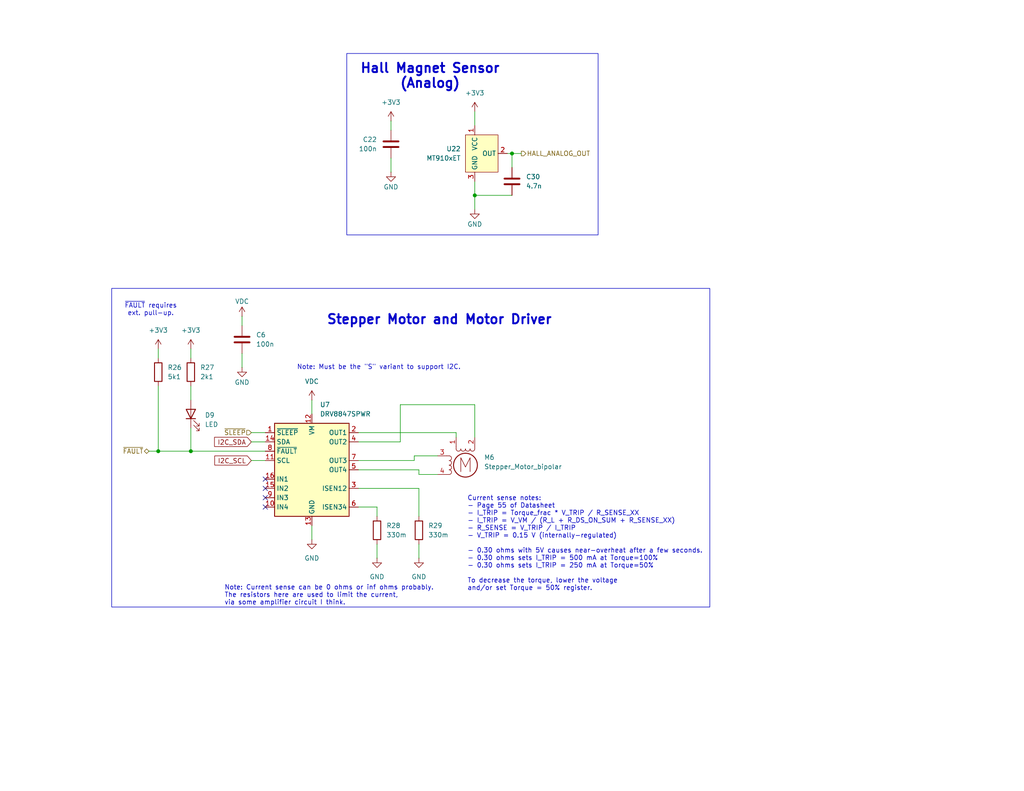
<source format=kicad_sch>
(kicad_sch (version 20231120) (generator "eeschema") (generator_version "8.0")
  (paper "USLetter")
  (title_block (title "Braille Cam Rod Prototype (Type 4)") (date "2025-01-06") (rev "Rev 1"))
  (lib_symbols
    (symbol "00-lib-symbols:MT910xET"
      (property "Reference" "U" (at -1.778 7.874 0))
      (property "Value" "MT910xET" (at 5.08 6.096 0))
      (symbol "MT910xET_1_1"
        (rectangle (start -2.54 5.08) (end 6.35 -5.08) (fill (type background)))
        (pin power_in line (at 0 7.62 270) (length 2.54) (name "VCC") (number "1"))
        (pin output line (at 8.89 0 180) (length 2.54) (name "OUT") (number "2"))
        (pin power_in line (at 0 -7.62 90) (length 2.54) (name "GND") (number "3"))
      )
    )
    (symbol "Device:C" (pin_numbers hide) (pin_names (offset 0.254))
      (property "Reference" "C" (at 0.635 2.54 0))
      (property "Value" "C" (at 0.635 -2.54 0))
      (symbol "C_0_1"
        (polyline (pts (xy -2.032 -0.762) (xy 2.032 -0.762)) (stroke (width 0.508)))
        (polyline (pts (xy -2.032 0.762) (xy 2.032 0.762)) (stroke (width 0.508)))
      )
      (symbol "C_1_1"
        (pin passive line (at 0 3.81 270) (length 2.794) (name "~") (number "1"))
        (pin passive line (at 0 -3.81 90) (length 2.794) (name "~") (number "2"))
      )
    )
    (symbol "Device:LED" (pin_numbers hide) (pin_names (offset 1.016) hide)
      (property "Reference" "D" (at 0 2.54 0))
      (property "Value" "LED" (at 0 -2.54 0))
      (symbol "LED_0_1"
        (polyline (pts (xy -1.27 -1.27) (xy -1.27 1.27)) (stroke (width 0.254)))
        (polyline (pts (xy -1.27 0) (xy 1.27 0)))
        (polyline (pts (xy 1.27 -1.27) (xy 1.27 1.27) (xy -1.27 0) (xy 1.27 -1.27)) (stroke (width 0.254)))
        (polyline (pts (xy -3.048 -0.762) (xy -4.572 -2.286) (xy -3.81 -2.286) (xy -4.572 -2.286) (xy -4.572 -1.524)))
        (polyline (pts (xy -1.778 -0.762) (xy -3.302 -2.286) (xy -2.54 -2.286) (xy -3.302 -2.286) (xy -3.302 -1.524)))
      )
      (symbol "LED_1_1"
        (pin passive line (at -3.81 0 0) (length 2.54) (name "K") (number "1"))
        (pin passive line (at 3.81 0 180) (length 2.54) (name "A") (number "2"))
      )
    )
    (symbol "Device:R" (pin_numbers hide) (pin_names (offset 0))
      (property "Reference" "R" (at 2.032 0 90))
      (property "Value" "R" (at 0 0 90))
      (symbol "R_0_1"
        (rectangle (start -1.016 -2.54) (end 1.016 2.54) (stroke (width 0.254)))
      )
      (symbol "R_1_1"
        (pin passive line (at 0 3.81 270) (length 1.27) (name "~") (number "1"))
        (pin passive line (at 0 -3.81 90) (length 1.27) (name "~") (number "2"))
      )
    )
    (symbol "Driver_Motor:DRV8847SPWR"
      (property "Reference" "U" (at -8.89 13.97 0))
      (property "Value" "DRV8847SPWR" (at 8.89 13.97 0))
      (symbol "DRV8847SPWR_0_1"
        (rectangle (start -10.16 -12.7) (end 10.16 12.7) (stroke (width 0.254)) (fill (type background)))
      )
      (symbol "DRV8847SPWR_1_1"
        (pin input line (at -12.7 10.16 0) (length 2.54) (name "~{SLEEP}") (number "1"))
        (pin input line (at -12.7 -10.16 0) (length 2.54) (name "IN4") (number "10"))
        (pin input line (at -12.7 2.54 0) (length 2.54) (name "SCL") (number "11"))
        (pin power_in line (at 0 15.24 270) (length 2.54) (name "VM") (number "12"))
        (pin power_in line (at 0 -15.24 90) (length 2.54) (name "GND") (number "13"))
        (pin bidirectional line (at -12.7 7.62 0) (length 2.54) (name "SDA") (number "14"))
        (pin input line (at -12.7 -5.08 0) (length 2.54) (name "IN2") (number "15"))
        (pin input line (at -12.7 -2.54 0) (length 2.54) (name "IN1") (number "16"))
        (pin output line (at 12.7 10.16 180) (length 2.54) (name "OUT1") (number "2"))
        (pin passive line (at 12.7 -5.08 180) (length 2.54) (name "ISEN12") (number "3"))
        (pin output line (at 12.7 7.62 180) (length 2.54) (name "OUT2") (number "4"))
        (pin output line (at 12.7 0 180) (length 2.54) (name "OUT4") (number "5"))
        (pin passive line (at 12.7 -10.16 180) (length 2.54) (name "ISEN34") (number "6"))
        (pin output line (at 12.7 2.54 180) (length 2.54) (name "OUT3") (number "7"))
        (pin open_collector line (at -12.7 5.08 0) (length 2.54) (name "~{FAULT}") (number "8"))
        (pin input line (at -12.7 -7.62 0) (length 2.54) (name "IN3") (number "9"))
      )
    )
    (symbol "Motor:Stepper_Motor_bipolar" (pin_names (offset 0) hide)
      (property "Reference" "M" (at 3.81 2.54 0))
      (property "Value" "Stepper_Motor_bipolar" (at 3.81 1.27 0))
      (symbol "Stepper_Motor_bipolar_0_0"
        (polyline (pts (xy -1.27 -1.778) (xy -1.27 2.032) (xy 0 -0.508) (xy 1.27 2.032) (xy 1.27 -1.778)))
      )
      (symbol "Stepper_Motor_bipolar_0_1"
        (arc (start -4.445 -2.54) (mid -3.8127 -1.905) (end -4.445 -1.27))
        (arc (start -4.445 -1.27) (mid -3.8127 -0.635) (end -4.445 0))
        (arc (start -4.445 0) (mid -3.8127 0.635) (end -4.445 1.27))
        (arc (start -4.445 1.27) (mid -3.8127 1.905) (end -4.445 2.54))
        (arc (start -2.54 4.445) (mid -1.905 3.8127) (end -1.27 4.445))
        (arc (start -1.27 4.445) (mid -0.635 3.8127) (end 0 4.445))
        (polyline (pts (xy -5.08 -2.54) (xy -4.445 -2.54)))
        (polyline (pts (xy -5.08 2.54) (xy -4.445 2.54)))
        (polyline (pts (xy -2.54 5.08) (xy -2.54 4.445)))
        (polyline (pts (xy 2.54 5.08) (xy 2.54 4.445)))
        (circle (center 0 0) (radius 3.2512) (stroke (width 0.254)))
        (arc (start 0 4.445) (mid 0.635 3.8127) (end 1.27 4.445))
        (arc (start 1.27 4.445) (mid 1.905 3.8127) (end 2.54 4.445))
      )
      (symbol "Stepper_Motor_bipolar_1_1"
        (pin passive line (at -2.54 7.62 270) (length 2.54) (name "~") (number "1"))
        (pin passive line (at 2.54 7.62 270) (length 2.54) (name "-") (number "2"))
        (pin passive line (at -7.62 2.54 0) (length 2.54) (name "~") (number "3"))
        (pin passive line (at -7.62 -2.54 0) (length 2.54) (name "~") (number "4"))
      )
    )
    (symbol "power:+3V3" (power) (pin_numbers hide) (pin_names (offset 0) hide)
      (property "Value" "+3V3" (at 0 3.556 0))
      (symbol "+3V3_0_1"
        (polyline (pts (xy -0.762 1.27) (xy 0 2.54)))
        (polyline (pts (xy 0 0) (xy 0 2.54)))
        (polyline (pts (xy 0 2.54) (xy 0.762 1.27)))
      )
      (symbol "+3V3_1_1"
        (pin power_in line (at 0 0 90) (length 0) (name "~") (number "1"))
      )
    )
    (symbol "power:GND" (power) (pin_numbers hide) (pin_names (offset 0) hide)
      (property "Value" "GND" (at 0 -3.81 0))
      (symbol "GND_0_1"
        (polyline (pts (xy 0 0) (xy 0 -1.27) (xy 1.27 -1.27) (xy 0 -2.54) (xy -1.27 -1.27) (xy 0 -1.27)))
      )
      (symbol "GND_1_1"
        (pin power_in line (at 0 0 270) (length 0) (name "~") (number "1"))
      )
    )
    (symbol "power:VDC" (power) (pin_numbers hide) (pin_names (offset 0) hide)
      (property "Value" "VDC" (at 0 3.556 0))
      (symbol "VDC_0_1"
        (polyline (pts (xy -0.762 1.27) (xy 0 2.54)))
        (polyline (pts (xy 0 0) (xy 0 2.54)))
        (polyline (pts (xy 0 2.54) (xy 0.762 1.27)))
      )
      (symbol "VDC_1_1"
        (pin power_in line (at 0 0 90) (length 0) (name "~") (number "1"))
      )
    )
  )
  (junction (at 129.54 53.34))
  (junction (at 139.7 41.91))
  (junction (at 52.07 123.19))
  (junction (at 43.18 123.19))
  (no_connect (at 72.39 135.89))
  (no_connect (at 72.39 133.35))
  (no_connect (at 72.39 130.81))
  (no_connect (at 72.39 138.43))
  (wire (pts (xy 129.54 53.34) (xy 129.54 49.53)))
  (wire (pts (xy 129.54 30.48) (xy 129.54 34.29)))
  (wire (pts (xy 139.7 41.91) (xy 139.7 45.72)))
  (wire (pts (xy 114.3 133.35) (xy 114.3 140.97)))
  (wire (pts (xy 114.3 129.54) (xy 119.38 129.54)))
  (wire (pts (xy 106.68 43.18) (xy 106.68 46.99)))
  (wire (pts (xy 124.46 119.38) (xy 124.46 118.11)))
  (wire (pts (xy 68.58 120.65) (xy 72.39 120.65)))
  (wire (pts (xy 66.04 96.52) (xy 66.04 100.33)))
  (wire (pts (xy 97.79 125.73) (xy 113.03 125.73)))
  (wire (pts (xy 113.03 124.46) (xy 119.38 124.46)))
  (wire (pts (xy 43.18 105.41) (xy 43.18 123.19)))
  (wire (pts (xy 102.87 148.59) (xy 102.87 152.4)))
  (wire (pts (xy 43.18 123.19) (xy 52.07 123.19)))
  (wire (pts (xy 114.3 128.27) (xy 114.3 129.54)))
  (wire (pts (xy 52.07 95.25) (xy 52.07 97.79)))
  (wire (pts (xy 114.3 133.35) (xy 97.79 133.35)))
  (wire (pts (xy 109.22 110.49) (xy 129.54 110.49)))
  (wire (pts (xy 52.07 123.19) (xy 72.39 123.19)))
  (wire (pts (xy 109.22 120.65) (xy 109.22 110.49)))
  (wire (pts (xy 52.07 105.41) (xy 52.07 109.22)))
  (wire (pts (xy 97.79 138.43) (xy 102.87 138.43)))
  (wire (pts (xy 114.3 148.59) (xy 114.3 152.4)))
  (wire (pts (xy 85.09 143.51) (xy 85.09 147.32)))
  (wire (pts (xy 68.58 125.73) (xy 72.39 125.73)))
  (wire (pts (xy 129.54 57.15) (xy 129.54 53.34)))
  (wire (pts (xy 85.09 109.22) (xy 85.09 113.03)))
  (wire (pts (xy 129.54 53.34) (xy 139.7 53.34)))
  (wire (pts (xy 66.04 86.36) (xy 66.04 88.9)))
  (wire (pts (xy 52.07 116.84) (xy 52.07 123.19)))
  (wire (pts (xy 97.79 118.11) (xy 124.46 118.11)))
  (wire (pts (xy 106.68 33.02) (xy 106.68 35.56)))
  (wire (pts (xy 129.54 110.49) (xy 129.54 119.38)))
  (wire (pts (xy 43.18 95.25) (xy 43.18 97.79)))
  (wire (pts (xy 97.79 120.65) (xy 109.22 120.65)))
  (wire (pts (xy 102.87 138.43) (xy 102.87 140.97)))
  (wire (pts (xy 68.58 118.11) (xy 72.39 118.11)))
  (wire (pts (xy 97.79 128.27) (xy 114.3 128.27)))
  (wire (pts (xy 40.64 123.19) (xy 43.18 123.19)))
  (wire (pts (xy 138.43 41.91) (xy 139.7 41.91)))
  (wire (pts (xy 113.03 125.73) (xy 113.03 124.46)))
  (wire (pts (xy 139.7 41.91) (xy 142.24 41.91)))
  (rectangle (start 30.48 78.74) (end 193.675 165.735))
  (rectangle (start 94.615 14.605) (end 163.195 64.135))
  (text "Note: Current sense can be 0 ohms or inf ohms probably.\nThe resistors here are used to limit the current,\nvia some amplifier circuit I think." (at 61.214 162.56 0) (effects (font (size 1.27 1.27) (thickness 0.1588)) (justify left)))
  (text "Current sense notes:\n- Page 55 of Datasheet\n- I_TRIP = Torque_frac * V_TRIP / R_SENSE_XX\n- I_TRIP = V_VM / (R_L + R_DS_ON_SUM + R_SENSE_XX)\n- R_SENSE = V_TRIP / I_TRIP\n- V_TRIP = 0.15 V (internally-regulated)\n\n- 0.30 ohms with 5V causes near-overheat after a few seconds.\n- 0.30 ohms sets I_TRIP = 500 mA at Torque=100%\n- 0.30 ohms sets I_TRIP = 250 mA at Torque=50%\n\nTo decrease the torque, lower the voltage\nand/or set Torque = 50% register." (at 127.508 135.382 0) (effects (font (size 1.27 1.27) (thickness 0.1588)) (justify left top)))
  (text "~{FAULT} requires\next. pull-up." (at 41.148 84.582 0) (effects (font (size 1.27 1.27))))
  (text "Note: Must be the \"S\" variant to support I2C." (at 103.378 100.33 0) (effects (font (size 1.27 1.27))))
  (text "Stepper Motor and Motor Driver" (at 119.888 87.376 0) (effects (font (size 2.54 2.54) (thickness 0.508) (bold yes))))
  (text "Hall Magnet Sensor\n(Analog)" (at 117.348 20.828 0) (effects (font (size 2.54 2.54) (thickness 0.508) (bold yes))))
  (global_label "I2C_SCL" (shape input) (at 68.58 125.73 180) (property "Intersheetrefs" "${INTERSHEET_REFS}" (effects (hide yes))))
  (global_label "I2C_SDA" (shape input) (at 68.58 120.65 180) (property "Intersheetrefs" "${INTERSHEET_REFS}" (effects (hide yes))))
  (hierarchical_label "~{SLEEP}" (shape input) (at 68.58 118.11 180))
  (hierarchical_label "~{FAULT}" (shape bidirectional) (at 40.64 123.19 180))
  (hierarchical_label "HALL_ANALOG_OUT" (shape output) (at 142.24 41.91 0))
  (symbol (lib_id "power:GND") (at 66.04 100.33 0) (unit 1)
    (property "Reference" "#PWR066" (effects (hide yes)))
    (property "Value" "GND" (at 66.04 104.394 0))
    (property "Description" "Power symbol creates a global label with name \"GND\" , ground" (effects (hide yes)))
    (instances (project "Braille-Column-Rods-PCB" (path "" (reference "#PWR066") (unit 1)) (path "" (reference "#PWR046") (unit 1)) (path "" (reference "#PWR082") (unit 1)) (path "" (reference "#PWR06") (unit 1)) (path "" (reference "#PWR030") (unit 1)) (path "" (reference "#PWR038") (unit 1)) (path "" (reference "#PWR074") (unit 1)) (path "" (reference "#PWR058") (unit 1))))
  )
  (symbol (lib_id "Device:R") (at 52.07 101.6 0) (unit 1)
    (property "Reference" "R27" (at 54.61 100.3299 0) (effects (justify left)))
    (property "Value" "2k1" (at 54.61 102.8699 0) (effects (justify left)))
    (property "Footprint" "Resistor_SMD:R_0603_1608Metric_Pad0.98x0.95mm_HandSolder" (effects (hide yes)))
    (property "Description" "Resistor" (effects (hide yes)))
    (instances (project "Braille-Column-Rods-PCB" (path "" (reference "R27") (unit 1)) (path "" (reference "R19") (unit 1)) (path "" (reference "R35") (unit 1)) (path "" (reference "R5") (unit 1)) (path "" (reference "R9") (unit 1)) (path "" (reference "R13") (unit 1)) (path "" (reference "R31") (unit 1)) (path "" (reference "R23") (unit 1))))
  )
  (symbol (lib_id "Device:LED") (at 52.07 113.03 90) (unit 1)
    (property "Reference" "D9" (at 55.88 113.3474 90) (effects (justify right)))
    (property "Value" "LED" (at 55.88 115.8874 90) (effects (justify right)))
    (property "Footprint" "LED_SMD:LED_0603_1608Metric_Pad1.05x0.95mm_HandSolder" (effects (hide yes)))
    (property "Description" "Light emitting diode" (effects (hide yes)))
    (instances (project "Braille-Column-Rods-PCB" (path "" (reference "D9") (unit 1)) (path "" (reference "D7") (unit 1)) (path "" (reference "D11") (unit 1)) (path "" (reference "D1") (unit 1)) (path "" (reference "D5") (unit 1)) (path "" (reference "D6") (unit 1)) (path "" (reference "D10") (unit 1)) (path "" (reference "D8") (unit 1))))
  )
  (symbol (lib_id "Motor:Stepper_Motor_bipolar") (at 127 127 0) (unit 1)
    (property "Reference" "M6" (at 132.08 124.879 0) (effects (justify left)))
    (property "Value" "Stepper_Motor_bipolar" (at 132.08 127.419 0) (effects (justify left)))
    (property "Footprint" "00-lib-footprints:MicroStepper_4.7_OD" (effects (hide yes)))
    (property "Datasheet" "http://www.infineon.com/dgdl/Application-Note-TLE8110EE_driving_UniPolarStepperMotor_V1.1.pdf?fileId=db3a30431be39b97011be5d0aa0a00b0" (effects (hide yes)))
    (property "Description" "4-wire bipolar stepper motor" (effects (hide yes)))
    (instances (project "Braille-Column-Rods-PCB" (path "" (reference "M6") (unit 1)) (path "" (reference "M4") (unit 1)) (path "" (reference "M8") (unit 1)) (path "" (reference "M1") (unit 1)) (path "" (reference "M2") (unit 1)) (path "" (reference "M3") (unit 1)) (path "" (reference "M7") (unit 1)) (path "" (reference "M5") (unit 1))))
  )
  (symbol (lib_id "power:GND") (at 85.09 147.32 0) (unit 1)
    (property "Reference" "#PWR068" (effects (hide yes)))
    (property "Value" "GND" (at 85.09 152.4 0))
    (property "Description" "Power symbol creates a global label with name \"GND\" , ground" (effects (hide yes)))
    (instances (project "Braille-Column-Rods-PCB" (path "" (reference "#PWR068") (unit 1)) (path "" (reference "#PWR048") (unit 1)) (path "" (reference "#PWR084") (unit 1)) (path "" (reference "#PWR013") (unit 1)) (path "" (reference "#PWR032") (unit 1)) (path "" (reference "#PWR040") (unit 1)) (path "" (reference "#PWR076") (unit 1)) (path "" (reference "#PWR060") (unit 1))))
  )
  (symbol (lib_id "power:+3V3") (at 43.18 95.25 0) (unit 1)
    (property "Reference" "#PWR063" (effects (hide yes)))
    (property "Value" "+3V3" (at 43.18 90.17 0))
    (property "Description" "Power symbol creates a global label with name \"+3V3\"" (effects (hide yes)))
    (instances (project "Braille-Column-Rods-PCB" (path "" (reference "#PWR063") (unit 1)) (path "" (reference "#PWR043") (unit 1)) (path "" (reference "#PWR079") (unit 1)) (path "" (reference "#PWR03") (unit 1)) (path "" (reference "#PWR027") (unit 1)) (path "" (reference "#PWR035") (unit 1)) (path "" (reference "#PWR071") (unit 1)) (path "" (reference "#PWR051") (unit 1))))
  )
  (symbol (lib_id "power:GND") (at 106.68 46.99 0) (unit 1)
    (property "Reference" "#PWR0125" (effects (hide yes)))
    (property "Value" "GND" (at 106.68 51.054 0))
    (property "Description" "Power symbol creates a global label with name \"GND\" , ground" (effects (hide yes)))
    (instances (project "Braille-Column-Rods-PCB" (path "" (reference "#PWR0125") (unit 1)) (path "" (reference "#PWR0121") (unit 1)) (path "" (reference "#PWR0129") (unit 1)) (path "" (reference "#PWR0115") (unit 1)) (path "" (reference "#PWR0117") (unit 1)) (path "" (reference "#PWR0119") (unit 1)) (path "" (reference "#PWR0127") (unit 1)) (path "" (reference "#PWR0123") (unit 1))))
  )
  (symbol (lib_id "power:GND") (at 102.87 152.4 0) (unit 1)
    (property "Reference" "#PWR069" (effects (hide yes)))
    (property "Value" "GND" (at 102.87 157.48 0))
    (property "Description" "Power symbol creates a global label with name \"GND\" , ground" (effects (hide yes)))
    (instances (project "Braille-Column-Rods-PCB" (path "" (reference "#PWR069") (unit 1)) (path "" (reference "#PWR049") (unit 1)) (path "" (reference "#PWR085") (unit 1)) (path "" (reference "#PWR021") (unit 1)) (path "" (reference "#PWR033") (unit 1)) (path "" (reference "#PWR041") (unit 1)) (path "" (reference "#PWR077") (unit 1)) (path "" (reference "#PWR061") (unit 1))))
  )
  (symbol (lib_id "power:+3V3") (at 106.68 33.02 0) (unit 1)
    (property "Reference" "#PWR0124" (effects (hide yes)))
    (property "Value" "+3V3" (at 106.68 27.94 0))
    (property "Description" "Power symbol creates a global label with name \"+3V3\"" (effects (hide yes)))
    (instances (project "Braille-Column-Rods-PCB" (path "" (reference "#PWR0124") (unit 1)) (path "" (reference "#PWR0120") (unit 1)) (path "" (reference "#PWR0128") (unit 1)) (path "" (reference "#PWR0114") (unit 1)) (path "" (reference "#PWR0116") (unit 1)) (path "" (reference "#PWR0118") (unit 1)) (path "" (reference "#PWR0126") (unit 1)) (path "" (reference "#PWR0122") (unit 1))))
  )
  (symbol (lib_id "Device:R") (at 43.18 101.6 0) (unit 1)
    (property "Reference" "R26" (at 45.72 100.3299 0) (effects (justify left)))
    (property "Value" "5k1" (at 45.72 102.8699 0) (effects (justify left)))
    (property "Footprint" "Resistor_SMD:R_0603_1608Metric_Pad0.98x0.95mm_HandSolder" (effects (hide yes)))
    (property "Description" "Resistor" (effects (hide yes)))
    (instances (project "Braille-Column-Rods-PCB" (path "" (reference "R26") (unit 1)) (path "" (reference "R16") (unit 1)) (path "" (reference "R34") (unit 1)) (path "" (reference "R1") (unit 1)) (path "" (reference "R8") (unit 1)) (path "" (reference "R12") (unit 1)) (path "" (reference "R30") (unit 1)) (path "" (reference "R22") (unit 1))))
  )
  (symbol (lib_id "power:VDC") (at 66.04 86.36 0) (unit 1)
    (property "Reference" "#PWR075" (effects (hide yes)))
    (property "Value" "VDC" (at 66.04 82.296 0))
    (property "Description" "Power symbol creates a global label with name \"VDC\"" (effects (hide yes)))
    (instances (project "Braille-Column-Rods-PCB" (path "" (reference "#PWR075") (unit 1)) (path "" (reference "#PWR067") (unit 1)) (path "" (reference "#PWR083") (unit 1)) (path "" (reference "#PWR057") (unit 1)) (path "" (reference "#PWR059") (unit 1)) (path "" (reference "#PWR065") (unit 1)) (path "" (reference "#PWR081") (unit 1)) (path "" (reference "#PWR073") (unit 1))))
  )
  (symbol (lib_id "Device:R") (at 102.87 144.78 0) (unit 1)
    (property "Reference" "R28" (at 105.41 143.5099 0) (effects (justify left)))
    (property "Value" "330m" (at 105.41 146.0499 0) (effects (justify left)))
    (property "Footprint" "Resistor_SMD:R_0603_1608Metric_Pad0.98x0.95mm_HandSolder" (effects (hide yes)))
    (property "Description" "Resistor" (effects (hide yes)))
    (instances (project "Braille-Column-Rods-PCB" (path "" (reference "R28") (unit 1)) (path "" (reference "R20") (unit 1)) (path "" (reference "R36") (unit 1)) (path "" (reference "R6") (unit 1)) (path "" (reference "R10") (unit 1)) (path "" (reference "R14") (unit 1)) (path "" (reference "R32") (unit 1)) (path "" (reference "R24") (unit 1))))
  )
  (symbol (lib_id "Device:C") (at 66.04 92.71 0) (unit 1)
    (property "Reference" "C6" (at 69.85 91.4399 0) (effects (justify left)))
    (property "Value" "100n" (at 69.85 93.9799 0) (effects (justify left)))
    (property "Footprint" "Capacitor_SMD:C_0603_1608Metric_Pad1.08x0.95mm_HandSolder" (effects (hide yes)))
    (property "Description" "Unpolarized capacitor" (effects (hide yes)))
    (instances (project "Braille-Column-Rods-PCB" (path "" (reference "C6") (unit 1)) (path "" (reference "C4") (unit 1)) (path "" (reference "C8") (unit 1)) (path "" (reference "C1") (unit 1)) (path "" (reference "C2") (unit 1)) (path "" (reference "C3") (unit 1)) (path "" (reference "C7") (unit 1)) (path "" (reference "C5") (unit 1))))
  )
  (symbol (lib_id "Device:C") (at 139.7 49.53 0) (unit 1)
    (property "Reference" "C30" (at 143.51 48.2599 0) (effects (justify left)))
    (property "Value" "4.7n" (at 143.51 50.7999 0) (effects (justify left)))
    (property "Footprint" "Capacitor_SMD:C_0603_1608Metric_Pad1.08x0.95mm_HandSolder" (effects (hide yes)))
    (property "Description" "Unpolarized capacitor" (effects (hide yes)))
    (instances (project "Braille-Column-Rods-PCB" (path "" (reference "C30") (unit 1)) (path "" (reference "C28") (unit 1)) (path "" (reference "C32") (unit 1)) (path "" (reference "C25") (unit 1)) (path "" (reference "C26") (unit 1)) (path "" (reference "C27") (unit 1)) (path "" (reference "C31") (unit 1)) (path "" (reference "C29") (unit 1))))
  )
  (symbol (lib_id "00-lib-symbols:MT910xET") (at 129.54 41.91 0) (unit 1)
    (property "Reference" "U22" (at 125.73 40.6399 0) (effects (justify right)))
    (property "Value" "MT910xET" (at 125.73 43.1799 0) (effects (justify right)))
    (property "Footprint" "00-lib-footprints:SOT-23-Hall" (effects (hide yes)))
    (property "Datasheet" "https://www.lcsc.com/datasheet/lcsc_datasheet_2203071730_Magn-Tek-MT9101ET_C2977713.pdf" (effects (hide yes)))
    (instances (project "" (path "" (reference "U22") (unit 1)) (path "" (reference "U20") (unit 1)) (path "" (reference "U24") (unit 1)) (path "" (reference "U17") (unit 1)) (path "" (reference "U18") (unit 1)) (path "" (reference "U19") (unit 1)) (path "" (reference "U23") (unit 1)) (path "" (reference "U21") (unit 1))))
  )
  (symbol (lib_id "power:GND") (at 129.54 57.15 0) (unit 1)
    (property "Reference" "#PWR0143" (effects (hide yes)))
    (property "Value" "GND" (at 129.54 61.214 0))
    (property "Description" "Power symbol creates a global label with name \"GND\" , ground" (effects (hide yes)))
    (instances (project "Braille-Column-Rods-PCB" (path "" (reference "#PWR0143") (unit 1)) (path "" (reference "#PWR0141") (unit 1)) (path "" (reference "#PWR0145") (unit 1)) (path "" (reference "#PWR0138") (unit 1)) (path "" (reference "#PWR0139") (unit 1)) (path "" (reference "#PWR0140") (unit 1)) (path "" (reference "#PWR0144") (unit 1)) (path "" (reference "#PWR0142") (unit 1))))
  )
  (symbol (lib_id "power:+3V3") (at 52.07 95.25 0) (unit 1)
    (property "Reference" "#PWR064" (effects (hide yes)))
    (property "Value" "+3V3" (at 52.07 90.17 0))
    (property "Description" "Power symbol creates a global label with name \"+3V3\"" (effects (hide yes)))
    (instances (project "Braille-Column-Rods-PCB" (path "" (reference "#PWR064") (unit 1)) (path "" (reference "#PWR044") (unit 1)) (path "" (reference "#PWR080") (unit 1)) (path "" (reference "#PWR04") (unit 1)) (path "" (reference "#PWR028") (unit 1)) (path "" (reference "#PWR036") (unit 1)) (path "" (reference "#PWR072") (unit 1)) (path "" (reference "#PWR052") (unit 1))))
  )
  (symbol (lib_id "Device:C") (at 106.68 39.37 0) (mirror y) (unit 1)
    (property "Reference" "C22" (at 102.87 38.0999 0) (effects (justify left)))
    (property "Value" "100n" (at 102.87 40.6399 0) (effects (justify left)))
    (property "Footprint" "Capacitor_SMD:C_0603_1608Metric_Pad1.08x0.95mm_HandSolder" (effects (hide yes)))
    (property "Description" "Unpolarized capacitor" (effects (hide yes)))
    (instances (project "Braille-Column-Rods-PCB" (path "" (reference "C22") (unit 1)) (path "" (reference "C20") (unit 1)) (path "" (reference "C24") (unit 1)) (path "" (reference "C17") (unit 1)) (path "" (reference "C18") (unit 1)) (path "" (reference "C19") (unit 1)) (path "" (reference "C23") (unit 1)) (path "" (reference "C21") (unit 1))))
  )
  (symbol (lib_id "power:+3V3") (at 129.54 30.48 0) (unit 1)
    (property "Reference" "#PWR0135" (effects (hide yes)))
    (property "Value" "+3V3" (at 129.54 25.4 0))
    (property "Description" "Power symbol creates a global label with name \"+3V3\"" (effects (hide yes)))
    (instances (project "Braille-Column-Rods-PCB" (path "" (reference "#PWR0135") (unit 1)) (path "" (reference "#PWR0133") (unit 1)) (path "" (reference "#PWR0137") (unit 1)) (path "" (reference "#PWR0130") (unit 1)) (path "" (reference "#PWR0131") (unit 1)) (path "" (reference "#PWR0132") (unit 1)) (path "" (reference "#PWR0136") (unit 1)) (path "" (reference "#PWR0134") (unit 1))))
  )
  (symbol (lib_id "power:GND") (at 114.3 152.4 0) (unit 1)
    (property "Reference" "#PWR070" (effects (hide yes)))
    (property "Value" "GND" (at 114.3 157.48 0))
    (property "Description" "Power symbol creates a global label with name \"GND\" , ground" (effects (hide yes)))
    (instances (project "Braille-Column-Rods-PCB" (path "" (reference "#PWR070") (unit 1)) (path "" (reference "#PWR050") (unit 1)) (path "" (reference "#PWR086") (unit 1)) (path "" (reference "#PWR026") (unit 1)) (path "" (reference "#PWR034") (unit 1)) (path "" (reference "#PWR042") (unit 1)) (path "" (reference "#PWR078") (unit 1)) (path "" (reference "#PWR062") (unit 1))))
  )
  (symbol (lib_id "power:VDC") (at 85.09 109.22 0) (unit 1)
    (property "Reference" "#PWR039" (effects (hide yes)))
    (property "Value" "VDC" (at 85.09 104.14 0))
    (property "Description" "Power symbol creates a global label with name \"VDC\"" (effects (hide yes)))
    (instances (project "" (path "" (reference "#PWR039") (unit 1)) (path "" (reference "#PWR031") (unit 1)) (path "" (reference "#PWR047") (unit 1)) (path "" (reference "#PWR05") (unit 1)) (path "" (reference "#PWR07") (unit 1)) (path "" (reference "#PWR029") (unit 1)) (path "" (reference "#PWR045") (unit 1)) (path "" (reference "#PWR037") (unit 1))))
  )
  (symbol (lib_id "Device:R") (at 114.3 144.78 0) (unit 1)
    (property "Reference" "R29" (at 116.84 143.5099 0) (effects (justify left)))
    (property "Value" "330m" (at 116.84 146.0499 0) (effects (justify left)))
    (property "Footprint" "Resistor_SMD:R_0603_1608Metric_Pad0.98x0.95mm_HandSolder" (effects (hide yes)))
    (property "Description" "Resistor" (effects (hide yes)))
    (instances (project "Braille-Column-Rods-PCB" (path "" (reference "R29") (unit 1)) (path "" (reference "R21") (unit 1)) (path "" (reference "R37") (unit 1)) (path "" (reference "R7") (unit 1)) (path "" (reference "R11") (unit 1)) (path "" (reference "R15") (unit 1)) (path "" (reference "R33") (unit 1)) (path "" (reference "R25") (unit 1))))
  )
  (symbol (lib_id "Driver_Motor:DRV8847SPWR") (at 85.09 128.27 0) (unit 1)
    (property "Reference" "U7" (at 87.2841 110.49 0) (effects (justify left)))
    (property "Value" "DRV8847SPWR" (at 87.2841 113.03 0) (effects (justify left)))
    (property "Footprint" "Package_SO:TSSOP-16_4.4x5mm_P0.65mm" (effects (hide yes)))
    (property "Datasheet" "https://www.ti.com/lit/ds/symlink/drv8847.pdf" (effects (hide yes)))
    (property "Description" "Dual H-Bridge Motor Driver, 1A, I2C Interface, TSSOP-16" (effects (hide yes)))
    (instances (project "Braille-Column-Rods-PCB" (path "" (reference "U7") (unit 1)) (path "" (reference "U5") (unit 1)) (path "" (reference "U9") (unit 1)) (path "" (reference "U1") (unit 1)) (path "" (reference "U2") (unit 1)) (path "" (reference "U4") (unit 1)) (path "" (reference "U8") (unit 1)) (path "" (reference "U6") (unit 1))))
  )
)
</source>
